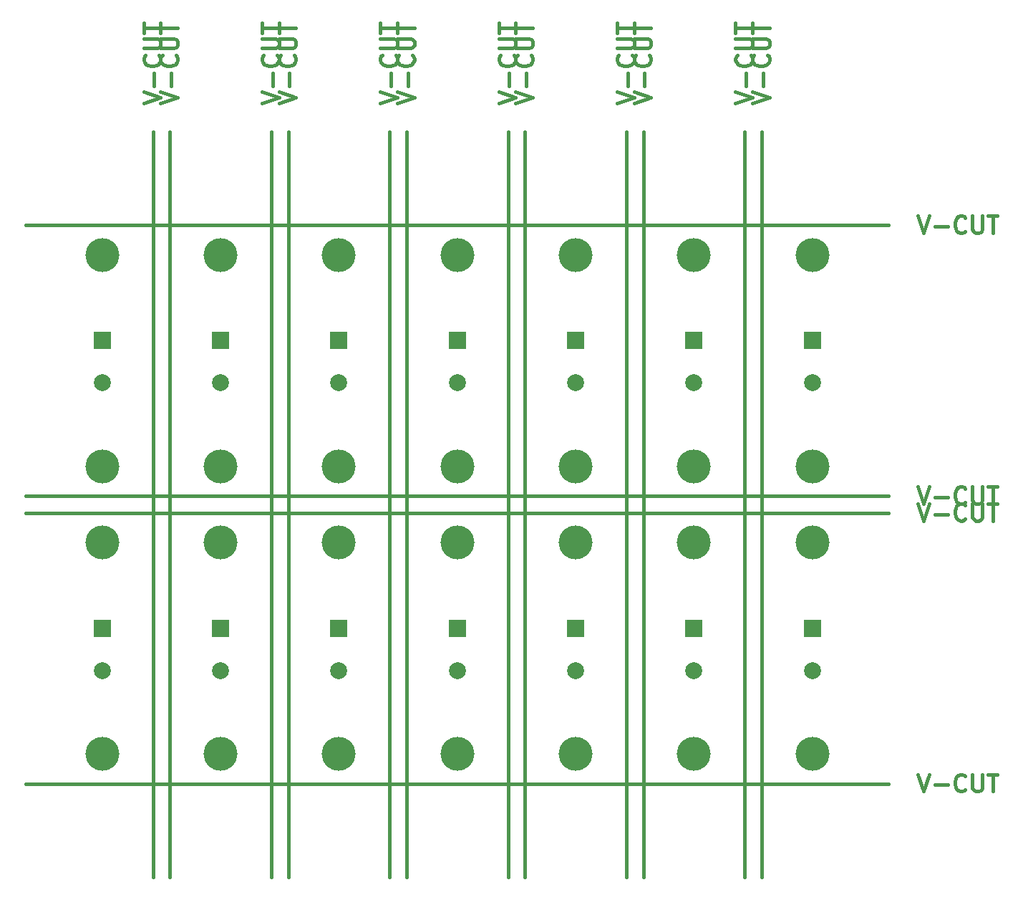
<source format=gbr>
%TF.GenerationSoftware,KiCad,Pcbnew,8.0.2*%
%TF.CreationDate,2024-06-26T22:57:20+07:00*%
%TF.ProjectId,Capacitor_Electrolyte_1000uF_25V_Panel,43617061-6369-4746-9f72-5f456c656374,rev?*%
%TF.SameCoordinates,Original*%
%TF.FileFunction,Copper,L1,Top*%
%TF.FilePolarity,Positive*%
%FSLAX46Y46*%
G04 Gerber Fmt 4.6, Leading zero omitted, Abs format (unit mm)*
G04 Created by KiCad (PCBNEW 8.0.2) date 2024-06-26 22:57:20*
%MOMM*%
%LPD*%
G01*
G04 APERTURE LIST*
%ADD10C,0.400000*%
%TA.AperFunction,NonConductor*%
%ADD11C,0.400000*%
%TD*%
%TA.AperFunction,ComponentPad*%
%ADD12C,4.000000*%
%TD*%
%TA.AperFunction,ComponentPad*%
%ADD13R,2.000000X2.000000*%
%TD*%
%TA.AperFunction,ComponentPad*%
%ADD14C,2.000000*%
%TD*%
G04 APERTURE END LIST*
D10*
D11*
X12904438Y6453634D02*
X14904438Y7120300D01*
X14904438Y7120300D02*
X12904438Y7786967D01*
X14142533Y8453634D02*
X14142533Y9977443D01*
X14713961Y12072681D02*
X14809200Y11977443D01*
X14809200Y11977443D02*
X14904438Y11691729D01*
X14904438Y11691729D02*
X14904438Y11501253D01*
X14904438Y11501253D02*
X14809200Y11215538D01*
X14809200Y11215538D02*
X14618723Y11025062D01*
X14618723Y11025062D02*
X14428247Y10929824D01*
X14428247Y10929824D02*
X14047295Y10834586D01*
X14047295Y10834586D02*
X13761580Y10834586D01*
X13761580Y10834586D02*
X13380628Y10929824D01*
X13380628Y10929824D02*
X13190152Y11025062D01*
X13190152Y11025062D02*
X12999676Y11215538D01*
X12999676Y11215538D02*
X12904438Y11501253D01*
X12904438Y11501253D02*
X12904438Y11691729D01*
X12904438Y11691729D02*
X12999676Y11977443D01*
X12999676Y11977443D02*
X13094914Y12072681D01*
X12904438Y12929824D02*
X14523485Y12929824D01*
X14523485Y12929824D02*
X14713961Y13025062D01*
X14713961Y13025062D02*
X14809200Y13120300D01*
X14809200Y13120300D02*
X14904438Y13310776D01*
X14904438Y13310776D02*
X14904438Y13691729D01*
X14904438Y13691729D02*
X14809200Y13882205D01*
X14809200Y13882205D02*
X14713961Y13977443D01*
X14713961Y13977443D02*
X14523485Y14072681D01*
X14523485Y14072681D02*
X12904438Y14072681D01*
X12904438Y14739348D02*
X12904438Y15882205D01*
X14904438Y15310776D02*
X12904438Y15310776D01*
D10*
D11*
X52904438Y6453634D02*
X54904438Y7120300D01*
X54904438Y7120300D02*
X52904438Y7786967D01*
X54142533Y8453634D02*
X54142533Y9977443D01*
X54713961Y12072681D02*
X54809200Y11977443D01*
X54809200Y11977443D02*
X54904438Y11691729D01*
X54904438Y11691729D02*
X54904438Y11501253D01*
X54904438Y11501253D02*
X54809200Y11215538D01*
X54809200Y11215538D02*
X54618723Y11025062D01*
X54618723Y11025062D02*
X54428247Y10929824D01*
X54428247Y10929824D02*
X54047295Y10834586D01*
X54047295Y10834586D02*
X53761580Y10834586D01*
X53761580Y10834586D02*
X53380628Y10929824D01*
X53380628Y10929824D02*
X53190152Y11025062D01*
X53190152Y11025062D02*
X52999676Y11215538D01*
X52999676Y11215538D02*
X52904438Y11501253D01*
X52904438Y11501253D02*
X52904438Y11691729D01*
X52904438Y11691729D02*
X52999676Y11977443D01*
X52999676Y11977443D02*
X53094914Y12072681D01*
X52904438Y12929824D02*
X54523485Y12929824D01*
X54523485Y12929824D02*
X54713961Y13025062D01*
X54713961Y13025062D02*
X54809200Y13120300D01*
X54809200Y13120300D02*
X54904438Y13310776D01*
X54904438Y13310776D02*
X54904438Y13691729D01*
X54904438Y13691729D02*
X54809200Y13882205D01*
X54809200Y13882205D02*
X54713961Y13977443D01*
X54713961Y13977443D02*
X54523485Y14072681D01*
X54523485Y14072681D02*
X52904438Y14072681D01*
X52904438Y14739348D02*
X52904438Y15882205D01*
X54904438Y15310776D02*
X52904438Y15310776D01*
D10*
D11*
X66904438Y6453634D02*
X68904438Y7120300D01*
X68904438Y7120300D02*
X66904438Y7786967D01*
X68142533Y8453634D02*
X68142533Y9977443D01*
X68713961Y12072681D02*
X68809200Y11977443D01*
X68809200Y11977443D02*
X68904438Y11691729D01*
X68904438Y11691729D02*
X68904438Y11501253D01*
X68904438Y11501253D02*
X68809200Y11215538D01*
X68809200Y11215538D02*
X68618723Y11025062D01*
X68618723Y11025062D02*
X68428247Y10929824D01*
X68428247Y10929824D02*
X68047295Y10834586D01*
X68047295Y10834586D02*
X67761580Y10834586D01*
X67761580Y10834586D02*
X67380628Y10929824D01*
X67380628Y10929824D02*
X67190152Y11025062D01*
X67190152Y11025062D02*
X66999676Y11215538D01*
X66999676Y11215538D02*
X66904438Y11501253D01*
X66904438Y11501253D02*
X66904438Y11691729D01*
X66904438Y11691729D02*
X66999676Y11977443D01*
X66999676Y11977443D02*
X67094914Y12072681D01*
X66904438Y12929824D02*
X68523485Y12929824D01*
X68523485Y12929824D02*
X68713961Y13025062D01*
X68713961Y13025062D02*
X68809200Y13120300D01*
X68809200Y13120300D02*
X68904438Y13310776D01*
X68904438Y13310776D02*
X68904438Y13691729D01*
X68904438Y13691729D02*
X68809200Y13882205D01*
X68809200Y13882205D02*
X68713961Y13977443D01*
X68713961Y13977443D02*
X68523485Y14072681D01*
X68523485Y14072681D02*
X66904438Y14072681D01*
X66904438Y14739348D02*
X66904438Y15882205D01*
X68904438Y15310776D02*
X66904438Y15310776D01*
D10*
D11*
X38904438Y6453634D02*
X40904438Y7120300D01*
X40904438Y7120300D02*
X38904438Y7786967D01*
X40142533Y8453634D02*
X40142533Y9977443D01*
X40713961Y12072681D02*
X40809200Y11977443D01*
X40809200Y11977443D02*
X40904438Y11691729D01*
X40904438Y11691729D02*
X40904438Y11501253D01*
X40904438Y11501253D02*
X40809200Y11215538D01*
X40809200Y11215538D02*
X40618723Y11025062D01*
X40618723Y11025062D02*
X40428247Y10929824D01*
X40428247Y10929824D02*
X40047295Y10834586D01*
X40047295Y10834586D02*
X39761580Y10834586D01*
X39761580Y10834586D02*
X39380628Y10929824D01*
X39380628Y10929824D02*
X39190152Y11025062D01*
X39190152Y11025062D02*
X38999676Y11215538D01*
X38999676Y11215538D02*
X38904438Y11501253D01*
X38904438Y11501253D02*
X38904438Y11691729D01*
X38904438Y11691729D02*
X38999676Y11977443D01*
X38999676Y11977443D02*
X39094914Y12072681D01*
X38904438Y12929824D02*
X40523485Y12929824D01*
X40523485Y12929824D02*
X40713961Y13025062D01*
X40713961Y13025062D02*
X40809200Y13120300D01*
X40809200Y13120300D02*
X40904438Y13310776D01*
X40904438Y13310776D02*
X40904438Y13691729D01*
X40904438Y13691729D02*
X40809200Y13882205D01*
X40809200Y13882205D02*
X40713961Y13977443D01*
X40713961Y13977443D02*
X40523485Y14072681D01*
X40523485Y14072681D02*
X38904438Y14072681D01*
X38904438Y14739348D02*
X38904438Y15882205D01*
X40904438Y15310776D02*
X38904438Y15310776D01*
D10*
D11*
X102453633Y-40904938D02*
X103120299Y-42904938D01*
X103120299Y-42904938D02*
X103786966Y-40904938D01*
X104453633Y-42143033D02*
X105977443Y-42143033D01*
X108072680Y-42714461D02*
X107977442Y-42809700D01*
X107977442Y-42809700D02*
X107691728Y-42904938D01*
X107691728Y-42904938D02*
X107501252Y-42904938D01*
X107501252Y-42904938D02*
X107215537Y-42809700D01*
X107215537Y-42809700D02*
X107025061Y-42619223D01*
X107025061Y-42619223D02*
X106929823Y-42428747D01*
X106929823Y-42428747D02*
X106834585Y-42047795D01*
X106834585Y-42047795D02*
X106834585Y-41762080D01*
X106834585Y-41762080D02*
X106929823Y-41381128D01*
X106929823Y-41381128D02*
X107025061Y-41190652D01*
X107025061Y-41190652D02*
X107215537Y-41000176D01*
X107215537Y-41000176D02*
X107501252Y-40904938D01*
X107501252Y-40904938D02*
X107691728Y-40904938D01*
X107691728Y-40904938D02*
X107977442Y-41000176D01*
X107977442Y-41000176D02*
X108072680Y-41095414D01*
X108929823Y-40904938D02*
X108929823Y-42523985D01*
X108929823Y-42523985D02*
X109025061Y-42714461D01*
X109025061Y-42714461D02*
X109120299Y-42809700D01*
X109120299Y-42809700D02*
X109310775Y-42904938D01*
X109310775Y-42904938D02*
X109691728Y-42904938D01*
X109691728Y-42904938D02*
X109882204Y-42809700D01*
X109882204Y-42809700D02*
X109977442Y-42714461D01*
X109977442Y-42714461D02*
X110072680Y-42523985D01*
X110072680Y-42523985D02*
X110072680Y-40904938D01*
X110739347Y-40904938D02*
X111882204Y-40904938D01*
X111310775Y-42904938D02*
X111310775Y-40904938D01*
D10*
D11*
X68904438Y6453634D02*
X70904438Y7120300D01*
X70904438Y7120300D02*
X68904438Y7786967D01*
X70142533Y8453634D02*
X70142533Y9977443D01*
X70713961Y12072681D02*
X70809200Y11977443D01*
X70809200Y11977443D02*
X70904438Y11691729D01*
X70904438Y11691729D02*
X70904438Y11501253D01*
X70904438Y11501253D02*
X70809200Y11215538D01*
X70809200Y11215538D02*
X70618723Y11025062D01*
X70618723Y11025062D02*
X70428247Y10929824D01*
X70428247Y10929824D02*
X70047295Y10834586D01*
X70047295Y10834586D02*
X69761580Y10834586D01*
X69761580Y10834586D02*
X69380628Y10929824D01*
X69380628Y10929824D02*
X69190152Y11025062D01*
X69190152Y11025062D02*
X68999676Y11215538D01*
X68999676Y11215538D02*
X68904438Y11501253D01*
X68904438Y11501253D02*
X68904438Y11691729D01*
X68904438Y11691729D02*
X68999676Y11977443D01*
X68999676Y11977443D02*
X69094914Y12072681D01*
X68904438Y12929824D02*
X70523485Y12929824D01*
X70523485Y12929824D02*
X70713961Y13025062D01*
X70713961Y13025062D02*
X70809200Y13120300D01*
X70809200Y13120300D02*
X70904438Y13310776D01*
X70904438Y13310776D02*
X70904438Y13691729D01*
X70904438Y13691729D02*
X70809200Y13882205D01*
X70809200Y13882205D02*
X70713961Y13977443D01*
X70713961Y13977443D02*
X70523485Y14072681D01*
X70523485Y14072681D02*
X68904438Y14072681D01*
X68904438Y14739348D02*
X68904438Y15882205D01*
X70904438Y15310776D02*
X68904438Y15310776D01*
D10*
D11*
X102453633Y-6904938D02*
X103120299Y-8904938D01*
X103120299Y-8904938D02*
X103786966Y-6904938D01*
X104453633Y-8143033D02*
X105977443Y-8143033D01*
X108072680Y-8714461D02*
X107977442Y-8809700D01*
X107977442Y-8809700D02*
X107691728Y-8904938D01*
X107691728Y-8904938D02*
X107501252Y-8904938D01*
X107501252Y-8904938D02*
X107215537Y-8809700D01*
X107215537Y-8809700D02*
X107025061Y-8619223D01*
X107025061Y-8619223D02*
X106929823Y-8428747D01*
X106929823Y-8428747D02*
X106834585Y-8047795D01*
X106834585Y-8047795D02*
X106834585Y-7762080D01*
X106834585Y-7762080D02*
X106929823Y-7381128D01*
X106929823Y-7381128D02*
X107025061Y-7190652D01*
X107025061Y-7190652D02*
X107215537Y-7000176D01*
X107215537Y-7000176D02*
X107501252Y-6904938D01*
X107501252Y-6904938D02*
X107691728Y-6904938D01*
X107691728Y-6904938D02*
X107977442Y-7000176D01*
X107977442Y-7000176D02*
X108072680Y-7095414D01*
X108929823Y-6904938D02*
X108929823Y-8523985D01*
X108929823Y-8523985D02*
X109025061Y-8714461D01*
X109025061Y-8714461D02*
X109120299Y-8809700D01*
X109120299Y-8809700D02*
X109310775Y-8904938D01*
X109310775Y-8904938D02*
X109691728Y-8904938D01*
X109691728Y-8904938D02*
X109882204Y-8809700D01*
X109882204Y-8809700D02*
X109977442Y-8714461D01*
X109977442Y-8714461D02*
X110072680Y-8523985D01*
X110072680Y-8523985D02*
X110072680Y-6904938D01*
X110739347Y-6904938D02*
X111882204Y-6904938D01*
X111310775Y-8904938D02*
X111310775Y-6904938D01*
D10*
D11*
X102453633Y-72904938D02*
X103120299Y-74904938D01*
X103120299Y-74904938D02*
X103786966Y-72904938D01*
X104453633Y-74143033D02*
X105977443Y-74143033D01*
X108072680Y-74714461D02*
X107977442Y-74809700D01*
X107977442Y-74809700D02*
X107691728Y-74904938D01*
X107691728Y-74904938D02*
X107501252Y-74904938D01*
X107501252Y-74904938D02*
X107215537Y-74809700D01*
X107215537Y-74809700D02*
X107025061Y-74619223D01*
X107025061Y-74619223D02*
X106929823Y-74428747D01*
X106929823Y-74428747D02*
X106834585Y-74047795D01*
X106834585Y-74047795D02*
X106834585Y-73762080D01*
X106834585Y-73762080D02*
X106929823Y-73381128D01*
X106929823Y-73381128D02*
X107025061Y-73190652D01*
X107025061Y-73190652D02*
X107215537Y-73000176D01*
X107215537Y-73000176D02*
X107501252Y-72904938D01*
X107501252Y-72904938D02*
X107691728Y-72904938D01*
X107691728Y-72904938D02*
X107977442Y-73000176D01*
X107977442Y-73000176D02*
X108072680Y-73095414D01*
X108929823Y-72904938D02*
X108929823Y-74523985D01*
X108929823Y-74523985D02*
X109025061Y-74714461D01*
X109025061Y-74714461D02*
X109120299Y-74809700D01*
X109120299Y-74809700D02*
X109310775Y-74904938D01*
X109310775Y-74904938D02*
X109691728Y-74904938D01*
X109691728Y-74904938D02*
X109882204Y-74809700D01*
X109882204Y-74809700D02*
X109977442Y-74714461D01*
X109977442Y-74714461D02*
X110072680Y-74523985D01*
X110072680Y-74523985D02*
X110072680Y-72904938D01*
X110739347Y-72904938D02*
X111882204Y-72904938D01*
X111310775Y-74904938D02*
X111310775Y-72904938D01*
D10*
D11*
X82904438Y6453634D02*
X84904438Y7120300D01*
X84904438Y7120300D02*
X82904438Y7786967D01*
X84142533Y8453634D02*
X84142533Y9977443D01*
X84713961Y12072681D02*
X84809200Y11977443D01*
X84809200Y11977443D02*
X84904438Y11691729D01*
X84904438Y11691729D02*
X84904438Y11501253D01*
X84904438Y11501253D02*
X84809200Y11215538D01*
X84809200Y11215538D02*
X84618723Y11025062D01*
X84618723Y11025062D02*
X84428247Y10929824D01*
X84428247Y10929824D02*
X84047295Y10834586D01*
X84047295Y10834586D02*
X83761580Y10834586D01*
X83761580Y10834586D02*
X83380628Y10929824D01*
X83380628Y10929824D02*
X83190152Y11025062D01*
X83190152Y11025062D02*
X82999676Y11215538D01*
X82999676Y11215538D02*
X82904438Y11501253D01*
X82904438Y11501253D02*
X82904438Y11691729D01*
X82904438Y11691729D02*
X82999676Y11977443D01*
X82999676Y11977443D02*
X83094914Y12072681D01*
X82904438Y12929824D02*
X84523485Y12929824D01*
X84523485Y12929824D02*
X84713961Y13025062D01*
X84713961Y13025062D02*
X84809200Y13120300D01*
X84809200Y13120300D02*
X84904438Y13310776D01*
X84904438Y13310776D02*
X84904438Y13691729D01*
X84904438Y13691729D02*
X84809200Y13882205D01*
X84809200Y13882205D02*
X84713961Y13977443D01*
X84713961Y13977443D02*
X84523485Y14072681D01*
X84523485Y14072681D02*
X82904438Y14072681D01*
X82904438Y14739348D02*
X82904438Y15882205D01*
X84904438Y15310776D02*
X82904438Y15310776D01*
D10*
D11*
X80904438Y6453634D02*
X82904438Y7120300D01*
X82904438Y7120300D02*
X80904438Y7786967D01*
X82142533Y8453634D02*
X82142533Y9977443D01*
X82713961Y12072681D02*
X82809200Y11977443D01*
X82809200Y11977443D02*
X82904438Y11691729D01*
X82904438Y11691729D02*
X82904438Y11501253D01*
X82904438Y11501253D02*
X82809200Y11215538D01*
X82809200Y11215538D02*
X82618723Y11025062D01*
X82618723Y11025062D02*
X82428247Y10929824D01*
X82428247Y10929824D02*
X82047295Y10834586D01*
X82047295Y10834586D02*
X81761580Y10834586D01*
X81761580Y10834586D02*
X81380628Y10929824D01*
X81380628Y10929824D02*
X81190152Y11025062D01*
X81190152Y11025062D02*
X80999676Y11215538D01*
X80999676Y11215538D02*
X80904438Y11501253D01*
X80904438Y11501253D02*
X80904438Y11691729D01*
X80904438Y11691729D02*
X80999676Y11977443D01*
X80999676Y11977443D02*
X81094914Y12072681D01*
X80904438Y12929824D02*
X82523485Y12929824D01*
X82523485Y12929824D02*
X82713961Y13025062D01*
X82713961Y13025062D02*
X82809200Y13120300D01*
X82809200Y13120300D02*
X82904438Y13310776D01*
X82904438Y13310776D02*
X82904438Y13691729D01*
X82904438Y13691729D02*
X82809200Y13882205D01*
X82809200Y13882205D02*
X82713961Y13977443D01*
X82713961Y13977443D02*
X82523485Y14072681D01*
X82523485Y14072681D02*
X80904438Y14072681D01*
X80904438Y14739348D02*
X80904438Y15882205D01*
X82904438Y15310776D02*
X80904438Y15310776D01*
D10*
D11*
X26904438Y6453634D02*
X28904438Y7120300D01*
X28904438Y7120300D02*
X26904438Y7786967D01*
X28142533Y8453634D02*
X28142533Y9977443D01*
X28713961Y12072681D02*
X28809200Y11977443D01*
X28809200Y11977443D02*
X28904438Y11691729D01*
X28904438Y11691729D02*
X28904438Y11501253D01*
X28904438Y11501253D02*
X28809200Y11215538D01*
X28809200Y11215538D02*
X28618723Y11025062D01*
X28618723Y11025062D02*
X28428247Y10929824D01*
X28428247Y10929824D02*
X28047295Y10834586D01*
X28047295Y10834586D02*
X27761580Y10834586D01*
X27761580Y10834586D02*
X27380628Y10929824D01*
X27380628Y10929824D02*
X27190152Y11025062D01*
X27190152Y11025062D02*
X26999676Y11215538D01*
X26999676Y11215538D02*
X26904438Y11501253D01*
X26904438Y11501253D02*
X26904438Y11691729D01*
X26904438Y11691729D02*
X26999676Y11977443D01*
X26999676Y11977443D02*
X27094914Y12072681D01*
X26904438Y12929824D02*
X28523485Y12929824D01*
X28523485Y12929824D02*
X28713961Y13025062D01*
X28713961Y13025062D02*
X28809200Y13120300D01*
X28809200Y13120300D02*
X28904438Y13310776D01*
X28904438Y13310776D02*
X28904438Y13691729D01*
X28904438Y13691729D02*
X28809200Y13882205D01*
X28809200Y13882205D02*
X28713961Y13977443D01*
X28713961Y13977443D02*
X28523485Y14072681D01*
X28523485Y14072681D02*
X26904438Y14072681D01*
X26904438Y14739348D02*
X26904438Y15882205D01*
X28904438Y15310776D02*
X26904438Y15310776D01*
D10*
D11*
X10904438Y6453634D02*
X12904438Y7120300D01*
X12904438Y7120300D02*
X10904438Y7786967D01*
X12142533Y8453634D02*
X12142533Y9977443D01*
X12713961Y12072681D02*
X12809200Y11977443D01*
X12809200Y11977443D02*
X12904438Y11691729D01*
X12904438Y11691729D02*
X12904438Y11501253D01*
X12904438Y11501253D02*
X12809200Y11215538D01*
X12809200Y11215538D02*
X12618723Y11025062D01*
X12618723Y11025062D02*
X12428247Y10929824D01*
X12428247Y10929824D02*
X12047295Y10834586D01*
X12047295Y10834586D02*
X11761580Y10834586D01*
X11761580Y10834586D02*
X11380628Y10929824D01*
X11380628Y10929824D02*
X11190152Y11025062D01*
X11190152Y11025062D02*
X10999676Y11215538D01*
X10999676Y11215538D02*
X10904438Y11501253D01*
X10904438Y11501253D02*
X10904438Y11691729D01*
X10904438Y11691729D02*
X10999676Y11977443D01*
X10999676Y11977443D02*
X11094914Y12072681D01*
X10904438Y12929824D02*
X12523485Y12929824D01*
X12523485Y12929824D02*
X12713961Y13025062D01*
X12713961Y13025062D02*
X12809200Y13120300D01*
X12809200Y13120300D02*
X12904438Y13310776D01*
X12904438Y13310776D02*
X12904438Y13691729D01*
X12904438Y13691729D02*
X12809200Y13882205D01*
X12809200Y13882205D02*
X12713961Y13977443D01*
X12713961Y13977443D02*
X12523485Y14072681D01*
X12523485Y14072681D02*
X10904438Y14072681D01*
X10904438Y14739348D02*
X10904438Y15882205D01*
X12904438Y15310776D02*
X10904438Y15310776D01*
D10*
D11*
X54904438Y6453634D02*
X56904438Y7120300D01*
X56904438Y7120300D02*
X54904438Y7786967D01*
X56142533Y8453634D02*
X56142533Y9977443D01*
X56713961Y12072681D02*
X56809200Y11977443D01*
X56809200Y11977443D02*
X56904438Y11691729D01*
X56904438Y11691729D02*
X56904438Y11501253D01*
X56904438Y11501253D02*
X56809200Y11215538D01*
X56809200Y11215538D02*
X56618723Y11025062D01*
X56618723Y11025062D02*
X56428247Y10929824D01*
X56428247Y10929824D02*
X56047295Y10834586D01*
X56047295Y10834586D02*
X55761580Y10834586D01*
X55761580Y10834586D02*
X55380628Y10929824D01*
X55380628Y10929824D02*
X55190152Y11025062D01*
X55190152Y11025062D02*
X54999676Y11215538D01*
X54999676Y11215538D02*
X54904438Y11501253D01*
X54904438Y11501253D02*
X54904438Y11691729D01*
X54904438Y11691729D02*
X54999676Y11977443D01*
X54999676Y11977443D02*
X55094914Y12072681D01*
X54904438Y12929824D02*
X56523485Y12929824D01*
X56523485Y12929824D02*
X56713961Y13025062D01*
X56713961Y13025062D02*
X56809200Y13120300D01*
X56809200Y13120300D02*
X56904438Y13310776D01*
X56904438Y13310776D02*
X56904438Y13691729D01*
X56904438Y13691729D02*
X56809200Y13882205D01*
X56809200Y13882205D02*
X56713961Y13977443D01*
X56713961Y13977443D02*
X56523485Y14072681D01*
X56523485Y14072681D02*
X54904438Y14072681D01*
X54904438Y14739348D02*
X54904438Y15882205D01*
X56904438Y15310776D02*
X54904438Y15310776D01*
D10*
D11*
X102453633Y-38904938D02*
X103120299Y-40904938D01*
X103120299Y-40904938D02*
X103786966Y-38904938D01*
X104453633Y-40143033D02*
X105977443Y-40143033D01*
X108072680Y-40714461D02*
X107977442Y-40809700D01*
X107977442Y-40809700D02*
X107691728Y-40904938D01*
X107691728Y-40904938D02*
X107501252Y-40904938D01*
X107501252Y-40904938D02*
X107215537Y-40809700D01*
X107215537Y-40809700D02*
X107025061Y-40619223D01*
X107025061Y-40619223D02*
X106929823Y-40428747D01*
X106929823Y-40428747D02*
X106834585Y-40047795D01*
X106834585Y-40047795D02*
X106834585Y-39762080D01*
X106834585Y-39762080D02*
X106929823Y-39381128D01*
X106929823Y-39381128D02*
X107025061Y-39190652D01*
X107025061Y-39190652D02*
X107215537Y-39000176D01*
X107215537Y-39000176D02*
X107501252Y-38904938D01*
X107501252Y-38904938D02*
X107691728Y-38904938D01*
X107691728Y-38904938D02*
X107977442Y-39000176D01*
X107977442Y-39000176D02*
X108072680Y-39095414D01*
X108929823Y-38904938D02*
X108929823Y-40523985D01*
X108929823Y-40523985D02*
X109025061Y-40714461D01*
X109025061Y-40714461D02*
X109120299Y-40809700D01*
X109120299Y-40809700D02*
X109310775Y-40904938D01*
X109310775Y-40904938D02*
X109691728Y-40904938D01*
X109691728Y-40904938D02*
X109882204Y-40809700D01*
X109882204Y-40809700D02*
X109977442Y-40714461D01*
X109977442Y-40714461D02*
X110072680Y-40523985D01*
X110072680Y-40523985D02*
X110072680Y-38904938D01*
X110739347Y-38904938D02*
X111882204Y-38904938D01*
X111310775Y-40904938D02*
X111310775Y-38904938D01*
D10*
D11*
X24904438Y6453634D02*
X26904438Y7120300D01*
X26904438Y7120300D02*
X24904438Y7786967D01*
X26142533Y8453634D02*
X26142533Y9977443D01*
X26713961Y12072681D02*
X26809200Y11977443D01*
X26809200Y11977443D02*
X26904438Y11691729D01*
X26904438Y11691729D02*
X26904438Y11501253D01*
X26904438Y11501253D02*
X26809200Y11215538D01*
X26809200Y11215538D02*
X26618723Y11025062D01*
X26618723Y11025062D02*
X26428247Y10929824D01*
X26428247Y10929824D02*
X26047295Y10834586D01*
X26047295Y10834586D02*
X25761580Y10834586D01*
X25761580Y10834586D02*
X25380628Y10929824D01*
X25380628Y10929824D02*
X25190152Y11025062D01*
X25190152Y11025062D02*
X24999676Y11215538D01*
X24999676Y11215538D02*
X24904438Y11501253D01*
X24904438Y11501253D02*
X24904438Y11691729D01*
X24904438Y11691729D02*
X24999676Y11977443D01*
X24999676Y11977443D02*
X25094914Y12072681D01*
X24904438Y12929824D02*
X26523485Y12929824D01*
X26523485Y12929824D02*
X26713961Y13025062D01*
X26713961Y13025062D02*
X26809200Y13120300D01*
X26809200Y13120300D02*
X26904438Y13310776D01*
X26904438Y13310776D02*
X26904438Y13691729D01*
X26904438Y13691729D02*
X26809200Y13882205D01*
X26809200Y13882205D02*
X26713961Y13977443D01*
X26713961Y13977443D02*
X26523485Y14072681D01*
X26523485Y14072681D02*
X24904438Y14072681D01*
X24904438Y14739348D02*
X24904438Y15882205D01*
X26904438Y15310776D02*
X24904438Y15310776D01*
D10*
D11*
X40904438Y6453634D02*
X42904438Y7120300D01*
X42904438Y7120300D02*
X40904438Y7786967D01*
X42142533Y8453634D02*
X42142533Y9977443D01*
X42713961Y12072681D02*
X42809200Y11977443D01*
X42809200Y11977443D02*
X42904438Y11691729D01*
X42904438Y11691729D02*
X42904438Y11501253D01*
X42904438Y11501253D02*
X42809200Y11215538D01*
X42809200Y11215538D02*
X42618723Y11025062D01*
X42618723Y11025062D02*
X42428247Y10929824D01*
X42428247Y10929824D02*
X42047295Y10834586D01*
X42047295Y10834586D02*
X41761580Y10834586D01*
X41761580Y10834586D02*
X41380628Y10929824D01*
X41380628Y10929824D02*
X41190152Y11025062D01*
X41190152Y11025062D02*
X40999676Y11215538D01*
X40999676Y11215538D02*
X40904438Y11501253D01*
X40904438Y11501253D02*
X40904438Y11691729D01*
X40904438Y11691729D02*
X40999676Y11977443D01*
X40999676Y11977443D02*
X41094914Y12072681D01*
X40904438Y12929824D02*
X42523485Y12929824D01*
X42523485Y12929824D02*
X42713961Y13025062D01*
X42713961Y13025062D02*
X42809200Y13120300D01*
X42809200Y13120300D02*
X42904438Y13310776D01*
X42904438Y13310776D02*
X42904438Y13691729D01*
X42904438Y13691729D02*
X42809200Y13882205D01*
X42809200Y13882205D02*
X42713961Y13977443D01*
X42713961Y13977443D02*
X42523485Y14072681D01*
X42523485Y14072681D02*
X40904438Y14072681D01*
X40904438Y14739348D02*
X40904438Y15882205D01*
X42904438Y15310776D02*
X40904438Y15310776D01*
X12000000Y3000000D02*
X12000000Y-85001500D01*
X42000000Y3000000D02*
X42000000Y-85001500D01*
X56000000Y3000000D02*
X56000000Y-85001500D01*
X82000000Y3000000D02*
X82000000Y-85001500D01*
X-3000000Y-40000500D02*
X99000000Y-40000500D01*
X28000000Y3000000D02*
X28000000Y-85001500D01*
X-3000000Y-42000500D02*
X99000000Y-42000500D01*
X84000000Y3000000D02*
X84000000Y-85001500D01*
X-3000000Y-74000500D02*
X99000000Y-74000500D01*
X-3000000Y-8000500D02*
X99000000Y-8000500D01*
X26000000Y3000000D02*
X26000000Y-85001500D01*
X68000000Y3000000D02*
X68000000Y-85001500D01*
X40000000Y3000000D02*
X40000000Y-85001500D01*
X70000000Y3000000D02*
X70000000Y-85001500D01*
X54000000Y3000000D02*
X54000000Y-85001500D01*
X14000000Y3000000D02*
X14000000Y-85001500D01*
D12*
%TO.P,J1,1,Pin_1*%
%TO.N,Board_1-Net-(J1-Pin_1)*%
X20000000Y-11500500D03*
%TD*%
%TO.P,J2,1,Pin_1*%
%TO.N,Board_9-Net-(J2-Pin_1)*%
X34000000Y-70500500D03*
%TD*%
%TO.P,J2,1,Pin_1*%
%TO.N,Board_1-Net-(J2-Pin_1)*%
X20000000Y-36500500D03*
%TD*%
D13*
%TO.P,C1,1*%
%TO.N,Board_8-Net-(J1-Pin_1)*%
X20000000Y-55632823D03*
D14*
%TO.P,C1,2*%
%TO.N,Board_8-Net-(J2-Pin_1)*%
X20000000Y-60632823D03*
%TD*%
D13*
%TO.P,C1,1*%
%TO.N,Board_7-Net-(J1-Pin_1)*%
X6000000Y-55632823D03*
D14*
%TO.P,C1,2*%
%TO.N,Board_7-Net-(J2-Pin_1)*%
X6000000Y-60632823D03*
%TD*%
D13*
%TO.P,C1,1*%
%TO.N,Board_12-Net-(J1-Pin_1)*%
X76000000Y-55632823D03*
D14*
%TO.P,C1,2*%
%TO.N,Board_12-Net-(J2-Pin_1)*%
X76000000Y-60632823D03*
%TD*%
D13*
%TO.P,C1,1*%
%TO.N,Board_2-Net-(J1-Pin_1)*%
X34000000Y-21632823D03*
D14*
%TO.P,C1,2*%
%TO.N,Board_2-Net-(J2-Pin_1)*%
X34000000Y-26632823D03*
%TD*%
D12*
%TO.P,J1,1,Pin_1*%
%TO.N,Board_12-Net-(J1-Pin_1)*%
X76000000Y-45500500D03*
%TD*%
%TO.P,J1,1,Pin_1*%
%TO.N,Board_8-Net-(J1-Pin_1)*%
X20000000Y-45500500D03*
%TD*%
%TO.P,J2,1,Pin_1*%
%TO.N,Board_3-Net-(J2-Pin_1)*%
X48000000Y-36500500D03*
%TD*%
%TO.P,J1,1,Pin_1*%
%TO.N,Board_0-Net-(J1-Pin_1)*%
X6000000Y-11500500D03*
%TD*%
D13*
%TO.P,C1,1*%
%TO.N,Board_13-Net-(J1-Pin_1)*%
X90000000Y-55632823D03*
D14*
%TO.P,C1,2*%
%TO.N,Board_13-Net-(J2-Pin_1)*%
X90000000Y-60632823D03*
%TD*%
D12*
%TO.P,J1,1,Pin_1*%
%TO.N,Board_3-Net-(J1-Pin_1)*%
X48000000Y-11500500D03*
%TD*%
%TO.P,J1,1,Pin_1*%
%TO.N,Board_5-Net-(J1-Pin_1)*%
X76000000Y-11500500D03*
%TD*%
D13*
%TO.P,C1,1*%
%TO.N,Board_4-Net-(J1-Pin_1)*%
X62000000Y-21632823D03*
D14*
%TO.P,C1,2*%
%TO.N,Board_4-Net-(J2-Pin_1)*%
X62000000Y-26632823D03*
%TD*%
D13*
%TO.P,C1,1*%
%TO.N,Board_9-Net-(J1-Pin_1)*%
X34000000Y-55632823D03*
D14*
%TO.P,C1,2*%
%TO.N,Board_9-Net-(J2-Pin_1)*%
X34000000Y-60632823D03*
%TD*%
D13*
%TO.P,C1,1*%
%TO.N,Board_3-Net-(J1-Pin_1)*%
X48000000Y-21632823D03*
D14*
%TO.P,C1,2*%
%TO.N,Board_3-Net-(J2-Pin_1)*%
X48000000Y-26632823D03*
%TD*%
D12*
%TO.P,J2,1,Pin_1*%
%TO.N,Board_7-Net-(J2-Pin_1)*%
X6000000Y-70500500D03*
%TD*%
D13*
%TO.P,C1,1*%
%TO.N,Board_10-Net-(J1-Pin_1)*%
X48000000Y-55632823D03*
D14*
%TO.P,C1,2*%
%TO.N,Board_10-Net-(J2-Pin_1)*%
X48000000Y-60632823D03*
%TD*%
D13*
%TO.P,C1,1*%
%TO.N,Board_6-Net-(J1-Pin_1)*%
X90000000Y-21632823D03*
D14*
%TO.P,C1,2*%
%TO.N,Board_6-Net-(J2-Pin_1)*%
X90000000Y-26632823D03*
%TD*%
D12*
%TO.P,J1,1,Pin_1*%
%TO.N,Board_4-Net-(J1-Pin_1)*%
X62000000Y-11500500D03*
%TD*%
%TO.P,J2,1,Pin_1*%
%TO.N,Board_4-Net-(J2-Pin_1)*%
X62000000Y-36500500D03*
%TD*%
%TO.P,J1,1,Pin_1*%
%TO.N,Board_6-Net-(J1-Pin_1)*%
X90000000Y-11500500D03*
%TD*%
%TO.P,J1,1,Pin_1*%
%TO.N,Board_10-Net-(J1-Pin_1)*%
X48000000Y-45500500D03*
%TD*%
%TO.P,J2,1,Pin_1*%
%TO.N,Board_13-Net-(J2-Pin_1)*%
X90000000Y-70500500D03*
%TD*%
%TO.P,J1,1,Pin_1*%
%TO.N,Board_2-Net-(J1-Pin_1)*%
X34000000Y-11500500D03*
%TD*%
%TO.P,J1,1,Pin_1*%
%TO.N,Board_11-Net-(J1-Pin_1)*%
X62000000Y-45500500D03*
%TD*%
%TO.P,J1,1,Pin_1*%
%TO.N,Board_13-Net-(J1-Pin_1)*%
X90000000Y-45500500D03*
%TD*%
%TO.P,J2,1,Pin_1*%
%TO.N,Board_11-Net-(J2-Pin_1)*%
X62000000Y-70500500D03*
%TD*%
%TO.P,J2,1,Pin_1*%
%TO.N,Board_6-Net-(J2-Pin_1)*%
X90000000Y-36500500D03*
%TD*%
D13*
%TO.P,C1,1*%
%TO.N,Board_11-Net-(J1-Pin_1)*%
X62000000Y-55632823D03*
D14*
%TO.P,C1,2*%
%TO.N,Board_11-Net-(J2-Pin_1)*%
X62000000Y-60632823D03*
%TD*%
D13*
%TO.P,C1,1*%
%TO.N,Board_5-Net-(J1-Pin_1)*%
X76000000Y-21632823D03*
D14*
%TO.P,C1,2*%
%TO.N,Board_5-Net-(J2-Pin_1)*%
X76000000Y-26632823D03*
%TD*%
D12*
%TO.P,J2,1,Pin_1*%
%TO.N,Board_10-Net-(J2-Pin_1)*%
X48000000Y-70500500D03*
%TD*%
D13*
%TO.P,C1,1*%
%TO.N,Board_0-Net-(J1-Pin_1)*%
X6000000Y-21632823D03*
D14*
%TO.P,C1,2*%
%TO.N,Board_0-Net-(J2-Pin_1)*%
X6000000Y-26632823D03*
%TD*%
D12*
%TO.P,J2,1,Pin_1*%
%TO.N,Board_8-Net-(J2-Pin_1)*%
X20000000Y-70500500D03*
%TD*%
D13*
%TO.P,C1,1*%
%TO.N,Board_1-Net-(J1-Pin_1)*%
X20000000Y-21632823D03*
D14*
%TO.P,C1,2*%
%TO.N,Board_1-Net-(J2-Pin_1)*%
X20000000Y-26632823D03*
%TD*%
D12*
%TO.P,J2,1,Pin_1*%
%TO.N,Board_0-Net-(J2-Pin_1)*%
X6000000Y-36500500D03*
%TD*%
%TO.P,J2,1,Pin_1*%
%TO.N,Board_12-Net-(J2-Pin_1)*%
X76000000Y-70500500D03*
%TD*%
%TO.P,J1,1,Pin_1*%
%TO.N,Board_7-Net-(J1-Pin_1)*%
X6000000Y-45500500D03*
%TD*%
%TO.P,J1,1,Pin_1*%
%TO.N,Board_9-Net-(J1-Pin_1)*%
X34000000Y-45500500D03*
%TD*%
%TO.P,J2,1,Pin_1*%
%TO.N,Board_5-Net-(J2-Pin_1)*%
X76000000Y-36500500D03*
%TD*%
%TO.P,J2,1,Pin_1*%
%TO.N,Board_2-Net-(J2-Pin_1)*%
X34000000Y-36500500D03*
%TD*%
M02*

</source>
